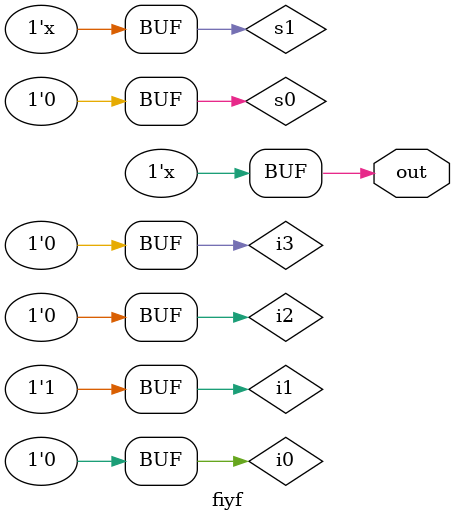
<source format=v>
module fiyf(

  output reg out
);
reg i0,i1,i2,i3,s0,s1;
initial begin
i0=0;i1=1;i2=0;i3=0;s1=1'bx;s0=0;
casex({s1,s0})
0:out=i0;
1:out=i1;
2:out=i2;
3:out=i3;
endcase

    

        
end
endmodule

</source>
